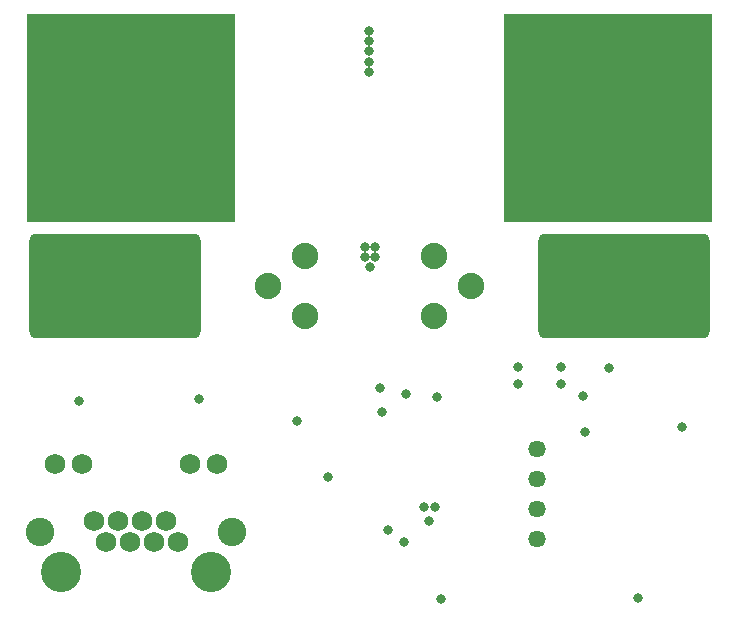
<source format=gbr>
G04*
G04 #@! TF.GenerationSoftware,Altium Limited,Altium Designer,23.8.1 (32)*
G04*
G04 Layer_Color=16711935*
%FSLAX25Y25*%
%MOIN*%
G70*
G04*
G04 #@! TF.SameCoordinates,264EC624-27BF-4E82-BD90-BE7253C1E6FF*
G04*
G04*
G04 #@! TF.FilePolarity,Negative*
G04*
G01*
G75*
G04:AMPARAMS|DCode=42|XSize=349mil|YSize=571mil|CornerRadius=21.05mil|HoleSize=0mil|Usage=FLASHONLY|Rotation=270.000|XOffset=0mil|YOffset=0mil|HoleType=Round|Shape=RoundedRectangle|*
%AMROUNDEDRECTD42*
21,1,0.34900,0.52890,0,0,270.0*
21,1,0.30690,0.57100,0,0,270.0*
1,1,0.04210,-0.26445,-0.15345*
1,1,0.04210,-0.26445,0.15345*
1,1,0.04210,0.26445,0.15345*
1,1,0.04210,0.26445,-0.15345*
%
%ADD42ROUNDEDRECTD42*%
%ADD43C,0.08800*%
%ADD44C,0.05740*%
%ADD45R,0.69550X0.69550*%
%ADD46C,0.06800*%
%ADD47C,0.13400*%
%ADD48C,0.09500*%
%ADD60C,0.03162*%
%ADD61C,0.03300*%
D42*
X200200Y109200D02*
D03*
X30500D02*
D03*
D43*
X136800Y119200D02*
D03*
X149300Y109200D02*
D03*
X136800Y99200D02*
D03*
X93900Y119200D02*
D03*
X81400Y109200D02*
D03*
X93900Y99200D02*
D03*
D44*
X171100Y24900D02*
D03*
Y34900D02*
D03*
Y44900D02*
D03*
Y54900D02*
D03*
D45*
X194800Y165200D02*
D03*
X35800D02*
D03*
D46*
X51600Y23900D02*
D03*
X47575Y30900D02*
D03*
X43575Y23900D02*
D03*
X39525Y30900D02*
D03*
X35550Y23900D02*
D03*
X31525Y30900D02*
D03*
X27525Y23900D02*
D03*
X23500Y30900D02*
D03*
X64600Y49900D02*
D03*
X55600D02*
D03*
X19600D02*
D03*
X10600D02*
D03*
D47*
X12600Y13900D02*
D03*
X62600D02*
D03*
D48*
X5600Y27400D02*
D03*
X69600D02*
D03*
D60*
X179300Y76600D02*
D03*
X164900D02*
D03*
X135200Y31000D02*
D03*
X121500Y28100D02*
D03*
X119000Y75300D02*
D03*
X127700Y73400D02*
D03*
D61*
X164900Y82500D02*
D03*
X179300D02*
D03*
X195100Y81900D02*
D03*
X133600Y35600D02*
D03*
X137200Y35700D02*
D03*
X127000Y23900D02*
D03*
X119500Y67400D02*
D03*
X139275Y4925D02*
D03*
X101430Y45568D02*
D03*
X91300Y64500D02*
D03*
X117200Y118900D02*
D03*
X113800D02*
D03*
X137900Y72300D02*
D03*
X219700Y62400D02*
D03*
X117200Y122200D02*
D03*
X115500Y115800D02*
D03*
X113800Y122200D02*
D03*
X115300Y180800D02*
D03*
Y184100D02*
D03*
Y187600D02*
D03*
Y190900D02*
D03*
Y194200D02*
D03*
X58400Y71600D02*
D03*
X18500Y71000D02*
D03*
X187160Y60762D02*
D03*
X186500Y72600D02*
D03*
X204900Y5500D02*
D03*
M02*

</source>
